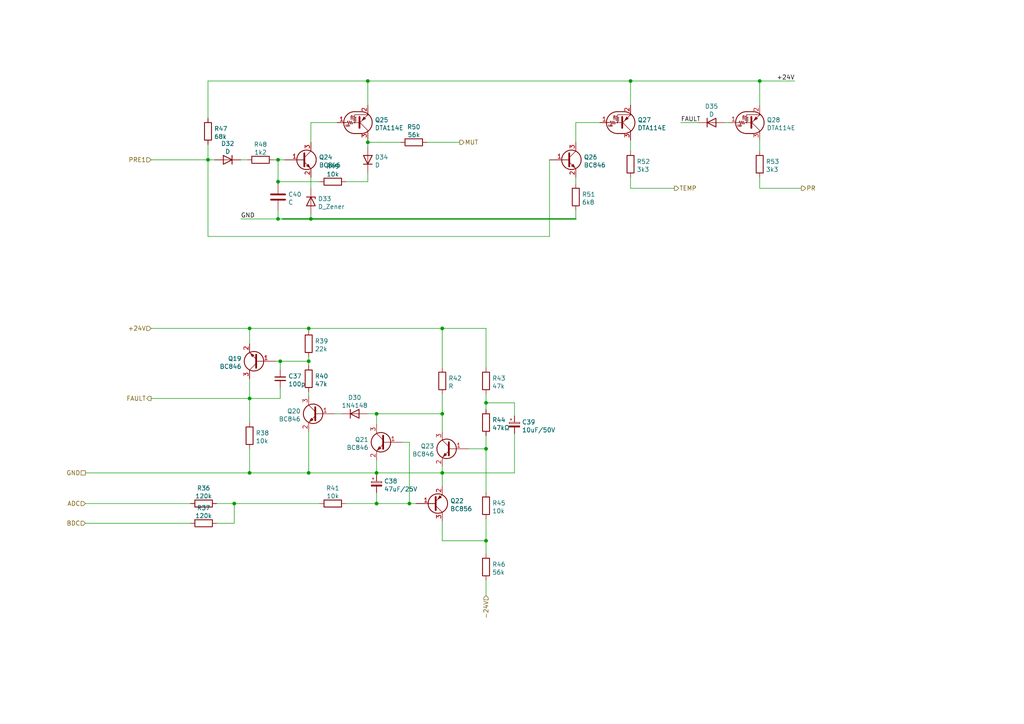
<source format=kicad_sch>
(kicad_sch (version 20210126) (generator eeschema)
  (paper "A4")
  (lib_symbols
    (symbol "Device:C" (pin_numbers hide) (pin_names (offset 0.254))
      (property "Reference" "C" (at 0.635 2.54 0))
      (property "Value" "C" (at 0.635 -2.54 0))
      (symbol "C_0_1"
        (polyline (pts (xy -2.032 -0.762) (xy 2.032 -0.762)) (stroke (width 0.508)))
        (polyline (pts (xy -2.032 0.762) (xy 2.032 0.762)) (stroke (width 0.508)))
      )
      (symbol "C_1_1"
        (pin passive line (at 0 3.81 270) (length 2.794) (name "~") (number "1"))
        (pin passive line (at 0 -3.81 90) (length 2.794) (name "~") (number "2"))
      )
    )
    (symbol "Device:C_Polarized_Small" (pin_numbers hide) (pin_names (offset 0.254) hide)
      (property "Reference" "C" (at 0.254 1.778 0))
      (property "Value" "C_Polarized_Small" (at 0.254 -2.032 0))
      (symbol "C_Polarized_Small_0_1"
        (rectangle (start -1.524 0.6858) (end 1.524 0.3048))
        (rectangle (start -1.524 -0.3048) (end 1.524 -0.6858) (fill (type outline)))
        (polyline (pts (xy -1.27 1.524) (xy -0.762 1.524)))
        (polyline (pts (xy -1.016 1.27) (xy -1.016 1.778)))
      )
      (symbol "C_Polarized_Small_1_1"
        (pin passive line (at 0 2.54 270) (length 1.8542) (name "~") (number "1"))
        (pin passive line (at 0 -2.54 90) (length 1.8542) (name "~") (number "2"))
      )
    )
    (symbol "Device:C_Small" (pin_numbers hide) (pin_names (offset 0.254) hide)
      (property "Reference" "C" (at 0.254 1.778 0))
      (property "Value" "C_Small" (at 0.254 -2.032 0))
      (symbol "C_Small_0_1"
        (polyline (pts (xy -1.524 -0.508) (xy 1.524 -0.508)) (stroke (width 0.3302)))
        (polyline (pts (xy -1.524 0.508) (xy 1.524 0.508)) (stroke (width 0.3048)))
      )
      (symbol "C_Small_1_1"
        (pin passive line (at 0 2.54 270) (length 2.032) (name "~") (number "1"))
        (pin passive line (at 0 -2.54 90) (length 2.032) (name "~") (number "2"))
      )
    )
    (symbol "Device:D" (pin_numbers hide) (pin_names (offset 1.016) hide)
      (property "Reference" "D" (at 0 2.54 0))
      (property "Value" "D" (at 0 -2.54 0))
      (symbol "D_0_1"
        (polyline (pts (xy -1.27 1.27) (xy -1.27 -1.27)) (stroke (width 0.254)))
        (polyline (pts (xy 1.27 0) (xy -1.27 0)))
        (polyline (pts (xy 1.27 1.27) (xy 1.27 -1.27) (xy -1.27 0) (xy 1.27 1.27)) (stroke (width 0.254)))
      )
      (symbol "D_1_1"
        (pin passive line (at -3.81 0 0) (length 2.54) (name "K") (number "1"))
        (pin passive line (at 3.81 0 180) (length 2.54) (name "A") (number "2"))
      )
    )
    (symbol "Device:D_Zener" (pin_numbers hide) (pin_names (offset 1.016) hide)
      (property "Reference" "D" (at 0 2.54 0))
      (property "Value" "D_Zener" (at 0 -2.54 0))
      (symbol "D_Zener_0_1"
        (polyline (pts (xy 1.27 0) (xy -1.27 0)))
        (polyline (pts (xy -1.27 -1.27) (xy -1.27 1.27) (xy -0.762 1.27)) (stroke (width 0.254)))
        (polyline (pts (xy 1.27 -1.27) (xy 1.27 1.27) (xy -1.27 0) (xy 1.27 -1.27)) (stroke (width 0.254)))
      )
      (symbol "D_Zener_1_1"
        (pin passive line (at -3.81 0 0) (length 2.54) (name "K") (number "1"))
        (pin passive line (at 3.81 0 180) (length 2.54) (name "A") (number "2"))
      )
    )
    (symbol "Device:R" (pin_numbers hide) (pin_names (offset 0))
      (property "Reference" "R" (at 2.032 0 90))
      (property "Value" "R" (at 0 0 90))
      (symbol "R_0_1"
        (rectangle (start -1.016 -2.54) (end 1.016 2.54) (stroke (width 0.254)))
      )
      (symbol "R_1_1"
        (pin passive line (at 0 3.81 270) (length 1.27) (name "~") (number "1"))
        (pin passive line (at 0 -3.81 90) (length 1.27) (name "~") (number "2"))
      )
    )
    (symbol "Transistor_BJT:BC846" (pin_names (offset 0) hide)
      (property "Reference" "Q" (at 5.08 1.905 0))
      (property "Value" "BC846" (at 5.08 0 0))
      (symbol "BC846_0_1"
        (circle (center 1.27 0) (radius 2.8194) (stroke (width 0.254)))
        (polyline (pts (xy 0.635 0.635) (xy 2.54 2.54)))
        (polyline (pts (xy 0.635 -0.635) (xy 2.54 -2.54) (xy 2.54 -2.54)))
        (polyline (pts (xy 0.635 1.905) (xy 0.635 -1.905) (xy 0.635 -1.905)) (stroke (width 0.508)))
        (polyline (pts (xy 1.27 -1.778) (xy 1.778 -1.27) (xy 2.286 -2.286) (xy 1.27 -1.778) (xy 1.27 -1.778)) (fill (type outline)))
      )
      (symbol "BC846_1_1"
        (pin input line (at -5.08 0 0) (length 5.715) (name "B") (number "1"))
        (pin passive line (at 2.54 -5.08 90) (length 2.54) (name "E") (number "2"))
        (pin passive line (at 2.54 5.08 270) (length 2.54) (name "C") (number "3"))
      )
    )
    (symbol "Transistor_BJT:BC856" (pin_names (offset 0) hide)
      (property "Reference" "Q" (at 5.08 1.905 0))
      (property "Value" "BC856" (at 5.08 0 0))
      (symbol "BC856_0_1"
        (circle (center 1.27 0) (radius 2.8194) (stroke (width 0.254)))
        (polyline (pts (xy 0.635 0.635) (xy 2.54 2.54)))
        (polyline (pts (xy 0.635 -0.635) (xy 2.54 -2.54) (xy 2.54 -2.54)))
        (polyline (pts (xy 0.635 1.905) (xy 0.635 -1.905) (xy 0.635 -1.905)) (stroke (width 0.508)))
        (polyline (pts (xy 2.286 -1.778) (xy 1.778 -2.286) (xy 1.27 -1.27) (xy 2.286 -1.778) (xy 2.286 -1.778)) (fill (type outline)))
      )
      (symbol "BC856_1_1"
        (pin input line (at -5.08 0 0) (length 5.715) (name "B") (number "1"))
        (pin passive line (at 2.54 -5.08 90) (length 2.54) (name "E") (number "2"))
        (pin passive line (at 2.54 5.08 270) (length 2.54) (name "C") (number "3"))
      )
    )
    (symbol "Transistor_BJT:DTA114E" (pin_names (offset 0) hide)
      (property "Reference" "Q" (at 5.08 1.905 0))
      (property "Value" "DTA114E" (at 5.08 0 0))
      (symbol "DTA114E_0_0"
        (text "10k" (at -3.302 0.889 0) (effects (font (size 0.508 0.508))))
        (text "10k" (at -2.159 -1.524 900) (effects (font (size 0.508 0.508))))
      )
      (symbol "DTA114E_0_1"
        (arc (start -1.27 3.175) (end -1.27 -3.175) (radius (at -1.27 0) (length 3.175) (angles 90.1 -90.1)) (stroke (width 0.254)))
        (arc (start 0.635 -3.175) (end 0.635 3.175) (radius (at 0.635 0) (length 3.175) (angles -89.9 89.9)) (stroke (width 0.254)))
        (circle (center -1.27 0) (radius 0.127))
        (circle (center 2.54 -2.286) (radius 0.127))
        (polyline (pts (xy -3.429 0) (xy -3.81 0)))
        (polyline (pts (xy -1.27 -3.175) (xy 0.635 -3.175)) (stroke (width 0.254)))
        (polyline (pts (xy -1.27 3.175) (xy 0.635 3.175)) (stroke (width 0.254)))
        (polyline (pts (xy 0 -0.254) (xy 2.54 2.286)))
        (polyline (pts (xy 2.54 2.286) (xy 2.54 2.54)))
        (polyline (pts (xy 2.54 -2.286) (xy 0 0.254) (xy 0 0.254)))
        (polyline (pts (xy 0 0) (xy -1.905 0) (xy -2.032 0.508) (xy -2.286 -0.508) (xy -2.54 0.508) (xy -2.794 -0.508) (xy -3.048 0.508) (xy -3.302 -0.508) (xy -3.429 0)))
        (polyline (pts (xy -1.27 0) (xy -1.27 -0.381) (xy -0.762 -0.508) (xy -1.778 -0.762) (xy -0.762 -1.016) (xy -1.778 -1.27) (xy -0.762 -1.524) (xy -1.778 -1.778) (xy -1.27 -1.905) (xy -1.27 -2.286) (xy 2.54 -2.286)))
        (polyline (pts (xy 0.127 1.524) (xy 0.127 -1.651)) (stroke (width 0.508)) (fill (type outline)))
        (polyline (pts (xy 1.397 -1.651) (xy 1.905 -1.143) (xy 0.889 -0.635) (xy 1.397 -1.651)) (fill (type outline)))
      )
      (symbol "DTA114E_1_1"
        (pin input line (at -6.35 0 0) (length 2.54) (name "B") (number "1"))
        (pin passive line (at 2.54 -5.08 90) (length 2.54) (name "E") (number "2"))
        (pin passive line (at 2.54 5.08 270) (length 2.54) (name "C") (number "3"))
      )
    )
  )
  (junction (at 60.325 46.355) (diameter 0.9144))
  (junction (at 67.945 146.05) (diameter 0.9144))
  (junction (at 72.39 95.25) (diameter 0.9144))
  (junction (at 72.39 115.57) (diameter 0.9144))
  (junction (at 72.39 137.16) (diameter 0.9144))
  (junction (at 80.645 46.355) (diameter 0.9144))
  (junction (at 80.645 52.705) (diameter 0.9144))
  (junction (at 80.645 63.5) (diameter 0.9144))
  (junction (at 81.28 104.775) (diameter 0.9144))
  (junction (at 89.535 95.25) (diameter 0.9144))
  (junction (at 89.535 104.775) (diameter 0.9144))
  (junction (at 89.535 137.16) (diameter 0.9144))
  (junction (at 90.17 63.5) (diameter 0.9144))
  (junction (at 106.68 23.495) (diameter 0.9144))
  (junction (at 106.68 41.275) (diameter 0.9144))
  (junction (at 109.22 120.015) (diameter 0.9144))
  (junction (at 109.22 137.16) (diameter 0.9144))
  (junction (at 109.22 146.05) (diameter 0.9144))
  (junction (at 118.745 146.05) (diameter 0.9144))
  (junction (at 128.27 95.25) (diameter 0.9144))
  (junction (at 128.27 120.015) (diameter 0.9144))
  (junction (at 128.27 137.16) (diameter 0.9144))
  (junction (at 140.97 116.84) (diameter 0.9144))
  (junction (at 140.97 130.175) (diameter 0.9144))
  (junction (at 140.97 156.845) (diameter 0.9144))
  (junction (at 182.88 23.495) (diameter 0.9144))
  (junction (at 220.345 23.495) (diameter 0.9144))
  (wire (pts (xy 24.765 137.16) (xy 72.39 137.16)))
  (wire (pts (xy 24.765 146.05) (xy 55.245 146.05)))
  (wire (pts (xy 24.765 151.765) (xy 55.245 151.765)))
  (wire (pts (xy 43.815 46.355) (xy 60.325 46.355)))
  (wire (pts (xy 43.815 95.25) (xy 72.39 95.25)))
  (wire (pts (xy 43.815 115.57) (xy 72.39 115.57)))
  (wire (pts (xy 60.325 23.495) (xy 60.325 34.29)))
  (wire (pts (xy 60.325 41.91) (xy 60.325 46.355)))
  (wire (pts (xy 60.325 46.355) (xy 60.325 68.58)))
  (wire (pts (xy 60.325 46.355) (xy 62.23 46.355)))
  (wire (pts (xy 60.325 68.58) (xy 159.385 68.58)))
  (wire (pts (xy 62.865 146.05) (xy 67.945 146.05)))
  (wire (pts (xy 62.865 151.765) (xy 67.945 151.765)))
  (wire (pts (xy 67.945 146.05) (xy 92.71 146.05)))
  (wire (pts (xy 67.945 151.765) (xy 67.945 146.05)))
  (wire (pts (xy 69.85 46.355) (xy 71.755 46.355)))
  (wire (pts (xy 69.85 63.5) (xy 80.645 63.5)))
  (wire (pts (xy 72.39 95.25) (xy 72.39 99.695)))
  (wire (pts (xy 72.39 95.25) (xy 89.535 95.25)))
  (wire (pts (xy 72.39 109.855) (xy 72.39 115.57)))
  (wire (pts (xy 72.39 115.57) (xy 72.39 122.555)))
  (wire (pts (xy 72.39 115.57) (xy 81.28 115.57)))
  (wire (pts (xy 72.39 130.175) (xy 72.39 137.16)))
  (wire (pts (xy 72.39 137.16) (xy 89.535 137.16)))
  (wire (pts (xy 79.375 46.355) (xy 80.645 46.355)))
  (wire (pts (xy 80.01 104.775) (xy 81.28 104.775)))
  (wire (pts (xy 80.645 46.355) (xy 80.645 52.705)))
  (wire (pts (xy 80.645 46.355) (xy 82.55 46.355)))
  (wire (pts (xy 80.645 52.705) (xy 80.645 53.34)))
  (wire (pts (xy 80.645 52.705) (xy 92.71 52.705)))
  (wire (pts (xy 80.645 60.96) (xy 80.645 63.5)))
  (wire (pts (xy 81.28 104.775) (xy 81.28 107.315)))
  (wire (pts (xy 81.28 104.775) (xy 89.535 104.775)))
  (wire (pts (xy 81.28 112.395) (xy 81.28 115.57)))
  (wire (pts (xy 81.915 63.5) (xy 80.645 63.5)))
  (wire (pts (xy 81.915 63.5) (xy 90.17 63.5)) (stroke (width 0.381)))
  (wire (pts (xy 89.535 95.25) (xy 89.535 95.885)))
  (wire (pts (xy 89.535 95.25) (xy 128.27 95.25)))
  (wire (pts (xy 89.535 104.775) (xy 89.535 103.505)))
  (wire (pts (xy 89.535 104.775) (xy 89.535 106.045)))
  (wire (pts (xy 89.535 113.665) (xy 89.535 114.935)))
  (wire (pts (xy 89.535 125.095) (xy 89.535 137.16)))
  (wire (pts (xy 89.535 137.16) (xy 109.22 137.16)))
  (wire (pts (xy 90.17 35.56) (xy 97.79 35.56)))
  (wire (pts (xy 90.17 41.275) (xy 90.17 35.56)))
  (wire (pts (xy 90.17 51.435) (xy 90.17 54.61)))
  (wire (pts (xy 90.17 62.23) (xy 90.17 63.5)))
  (wire (pts (xy 90.17 63.5) (xy 167.005 63.5)) (stroke (width 0.381)))
  (wire (pts (xy 97.155 120.015) (xy 99.06 120.015)))
  (wire (pts (xy 100.33 52.705) (xy 106.68 52.705)))
  (wire (pts (xy 100.33 146.05) (xy 109.22 146.05)))
  (wire (pts (xy 106.68 23.495) (xy 60.325 23.495)))
  (wire (pts (xy 106.68 23.495) (xy 182.88 23.495)))
  (wire (pts (xy 106.68 30.48) (xy 106.68 23.495)))
  (wire (pts (xy 106.68 40.64) (xy 106.68 41.275)))
  (wire (pts (xy 106.68 41.275) (xy 106.68 42.545)))
  (wire (pts (xy 106.68 41.275) (xy 116.205 41.275)))
  (wire (pts (xy 106.68 52.705) (xy 106.68 50.165)))
  (wire (pts (xy 106.68 120.015) (xy 109.22 120.015)))
  (wire (pts (xy 109.22 120.015) (xy 128.27 120.015)))
  (wire (pts (xy 109.22 123.19) (xy 109.22 120.015)))
  (wire (pts (xy 109.22 133.35) (xy 109.22 137.16)))
  (wire (pts (xy 109.22 137.16) (xy 109.22 137.795)))
  (wire (pts (xy 109.22 137.16) (xy 128.27 137.16)))
  (wire (pts (xy 109.22 142.875) (xy 109.22 146.05)))
  (wire (pts (xy 109.22 146.05) (xy 118.745 146.05)))
  (wire (pts (xy 116.84 128.27) (xy 118.745 128.27)))
  (wire (pts (xy 118.745 128.27) (xy 118.745 146.05)))
  (wire (pts (xy 118.745 146.05) (xy 120.65 146.05)))
  (wire (pts (xy 123.825 41.275) (xy 133.35 41.275)))
  (wire (pts (xy 128.27 95.25) (xy 128.27 106.68)))
  (wire (pts (xy 128.27 95.25) (xy 140.97 95.25)))
  (wire (pts (xy 128.27 114.3) (xy 128.27 120.015)))
  (wire (pts (xy 128.27 120.015) (xy 128.27 125.095)))
  (wire (pts (xy 128.27 135.255) (xy 128.27 137.16)))
  (wire (pts (xy 128.27 137.16) (xy 128.27 140.97)))
  (wire (pts (xy 128.27 137.16) (xy 149.225 137.16)))
  (wire (pts (xy 128.27 151.13) (xy 128.27 156.845)))
  (wire (pts (xy 128.27 156.845) (xy 140.97 156.845)))
  (wire (pts (xy 135.89 130.175) (xy 140.97 130.175)))
  (wire (pts (xy 140.97 95.25) (xy 140.97 106.68)))
  (wire (pts (xy 140.97 114.3) (xy 140.97 116.84)))
  (wire (pts (xy 140.97 116.84) (xy 140.97 118.745)))
  (wire (pts (xy 140.97 126.365) (xy 140.97 130.175)))
  (wire (pts (xy 140.97 130.175) (xy 140.97 142.875)))
  (wire (pts (xy 140.97 150.495) (xy 140.97 156.845)))
  (wire (pts (xy 140.97 156.845) (xy 140.97 160.655)))
  (wire (pts (xy 140.97 168.275) (xy 140.97 172.72)))
  (wire (pts (xy 149.225 116.84) (xy 140.97 116.84)))
  (wire (pts (xy 149.225 120.65) (xy 149.225 116.84)))
  (wire (pts (xy 149.225 125.73) (xy 149.225 137.16)))
  (wire (pts (xy 159.385 68.58) (xy 159.385 46.355)))
  (wire (pts (xy 167.005 35.56) (xy 173.99 35.56)))
  (wire (pts (xy 167.005 41.275) (xy 167.005 35.56)))
  (wire (pts (xy 167.005 51.435) (xy 167.005 53.34)))
  (wire (pts (xy 167.005 60.96) (xy 167.005 63.5)))
  (wire (pts (xy 182.88 23.495) (xy 182.88 30.48)))
  (wire (pts (xy 182.88 23.495) (xy 220.345 23.495)))
  (wire (pts (xy 182.88 40.64) (xy 182.88 43.815)))
  (wire (pts (xy 182.88 51.435) (xy 182.88 54.61)))
  (wire (pts (xy 182.88 54.61) (xy 195.58 54.61)))
  (wire (pts (xy 197.485 35.56) (xy 202.565 35.56)))
  (wire (pts (xy 210.185 35.56) (xy 211.455 35.56)))
  (wire (pts (xy 220.345 23.495) (xy 220.345 30.48)))
  (wire (pts (xy 220.345 23.495) (xy 230.505 23.495)))
  (wire (pts (xy 220.345 40.64) (xy 220.345 43.815)))
  (wire (pts (xy 220.345 51.435) (xy 220.345 54.61)))
  (wire (pts (xy 220.345 54.61) (xy 232.41 54.61)))
  (label "GND" (at 69.85 63.5 0))
  (label "FAULT" (at 197.485 35.56 0))
  (label "+24V" (at 230.505 23.495 180))
  (hierarchical_label "GND" (shape passive) (at 24.765 137.16 180))
  (hierarchical_label "ADC" (shape input) (at 24.765 146.05 180))
  (hierarchical_label "BDC" (shape input) (at 24.765 151.765 180))
  (hierarchical_label "PRE1" (shape input) (at 43.815 46.355 180))
  (hierarchical_label "+24V" (shape input) (at 43.815 95.25 180))
  (hierarchical_label "FAULT" (shape output) (at 43.815 115.57 180))
  (hierarchical_label "MUT" (shape output) (at 133.35 41.275 0))
  (hierarchical_label "-24V" (shape input) (at 140.97 172.72 270))
  (hierarchical_label "TEMP" (shape output) (at 195.58 54.61 0))
  (hierarchical_label "PR" (shape output) (at 232.41 54.61 0))
  (symbol (lib_id "Device:C_Polarized_Small") (at 109.22 140.335 0) (unit 1)
    (property "Reference" "C38" (at 111.3791 139.5741 0) (effects (justify left)))
    (property "Value" "47uF/25V" (at 111.3791 141.8728 0) (effects (justify left)))
  )
  (symbol (lib_id "Device:C_Polarized_Small") (at 149.225 123.19 0) (unit 1)
    (property "Reference" "C39" (at 151.3841 122.4291 0) (effects (justify left)))
    (property "Value" "10uF/50V" (at 151.3841 124.7278 0) (effects (justify left)))
  )
  (symbol (lib_id "Device:R") (at 59.055 146.05 270) (unit 1)
    (property "Reference" "R36" (at 59.055 141.6008 90))
    (property "Value" "120k" (at 59.055 143.8995 90))
  )
  (symbol (lib_id "Device:R") (at 59.055 151.765 270) (unit 1)
    (property "Reference" "R37" (at 59.055 147.3158 90))
    (property "Value" "120k" (at 59.055 149.6145 90))
  )
  (symbol (lib_id "Device:R") (at 60.325 38.1 0) (unit 1)
    (property "Reference" "R47" (at 62.1031 37.3391 0) (effects (justify left)))
    (property "Value" "68k" (at 62.1031 39.6378 0) (effects (justify left)))
  )
  (symbol (lib_id "Device:R") (at 72.39 126.365 0) (unit 1)
    (property "Reference" "R38" (at 74.1681 125.6041 0) (effects (justify left)))
    (property "Value" "10k" (at 74.1681 127.9028 0) (effects (justify left)))
  )
  (symbol (lib_id "Device:R") (at 75.565 46.355 90) (unit 1)
    (property "Reference" "R48" (at 75.565 41.9058 90))
    (property "Value" "1k2" (at 75.565 44.2045 90))
  )
  (symbol (lib_id "Device:R") (at 89.535 99.695 0) (unit 1)
    (property "Reference" "R39" (at 91.3131 98.9341 0) (effects (justify left)))
    (property "Value" "22k" (at 91.3131 101.2328 0) (effects (justify left)))
  )
  (symbol (lib_id "Device:R") (at 89.535 109.855 180) (unit 1)
    (property "Reference" "R40" (at 91.3131 109.0941 0) (effects (justify right)))
    (property "Value" "47k" (at 91.3131 111.3928 0) (effects (justify right)))
  )
  (symbol (lib_id "Device:R") (at 96.52 52.705 90) (unit 1)
    (property "Reference" "R49" (at 96.52 48.2558 90))
    (property "Value" "10k" (at 96.52 50.5545 90))
  )
  (symbol (lib_id "Device:R") (at 96.52 146.05 270) (unit 1)
    (property "Reference" "R41" (at 96.52 141.6008 90))
    (property "Value" "10k" (at 96.52 143.8995 90))
  )
  (symbol (lib_id "Device:R") (at 120.015 41.275 90) (unit 1)
    (property "Reference" "R50" (at 120.015 36.8258 90))
    (property "Value" "56k" (at 120.015 39.1245 90))
  )
  (symbol (lib_id "Device:R") (at 128.27 110.49 180) (unit 1)
    (property "Reference" "R42" (at 130.0481 109.7291 0) (effects (justify right)))
    (property "Value" "R" (at 130.0481 112.0278 0) (effects (justify right)))
  )
  (symbol (lib_id "Device:R") (at 140.97 110.49 0) (unit 1)
    (property "Reference" "R43" (at 142.7481 109.7291 0) (effects (justify left)))
    (property "Value" "47k" (at 142.7481 112.0278 0) (effects (justify left)))
  )
  (symbol (lib_id "Device:R") (at 140.97 122.555 0) (unit 1)
    (property "Reference" "R44" (at 142.7481 121.7941 0) (effects (justify left)))
    (property "Value" "47kΩ" (at 142.7481 124.0928 0) (effects (justify left)))
  )
  (symbol (lib_id "Device:R") (at 140.97 146.685 0) (unit 1)
    (property "Reference" "R45" (at 142.7481 145.9241 0) (effects (justify left)))
    (property "Value" "10k" (at 142.7481 148.2228 0) (effects (justify left)))
  )
  (symbol (lib_id "Device:R") (at 140.97 164.465 180) (unit 1)
    (property "Reference" "R46" (at 142.7481 163.7041 0) (effects (justify right)))
    (property "Value" "56k" (at 142.7481 166.0028 0) (effects (justify right)))
  )
  (symbol (lib_id "Device:R") (at 167.005 57.15 0) (unit 1)
    (property "Reference" "R51" (at 168.7831 56.3891 0) (effects (justify left)))
    (property "Value" "6k8" (at 168.7831 58.6878 0) (effects (justify left)))
  )
  (symbol (lib_id "Device:R") (at 182.88 47.625 0) (unit 1)
    (property "Reference" "R52" (at 184.6581 46.8641 0) (effects (justify left)))
    (property "Value" "3k3" (at 184.6581 49.1628 0) (effects (justify left)))
  )
  (symbol (lib_id "Device:R") (at 220.345 47.625 0) (unit 1)
    (property "Reference" "R53" (at 222.1231 46.8641 0) (effects (justify left)))
    (property "Value" "3k3" (at 222.1231 49.1628 0) (effects (justify left)))
  )
  (symbol (lib_id "Device:C_Small") (at 81.28 109.855 0) (unit 1)
    (property "Reference" "C37" (at 83.6042 109.0941 0) (effects (justify left)))
    (property "Value" "100p" (at 83.6042 111.3928 0) (effects (justify left)))
  )
  (symbol (lib_id "Device:D") (at 66.04 46.355 0) (mirror y) (unit 1)
    (property "Reference" "D32" (at 66.04 41.6518 0))
    (property "Value" "D" (at 66.04 43.9505 0))
  )
  (symbol (lib_id "Device:D_Zener") (at 90.17 58.42 270) (unit 1)
    (property "Reference" "D33" (at 92.2021 57.6591 90) (effects (justify left)))
    (property "Value" "D_Zener" (at 92.2021 59.9578 90) (effects (justify left)))
  )
  (symbol (lib_id "Device:D") (at 102.87 120.015 0) (unit 1)
    (property "Reference" "D30" (at 102.87 115.3118 0))
    (property "Value" "1N4148" (at 102.87 117.6105 0))
  )
  (symbol (lib_id "Device:D") (at 106.68 46.355 270) (mirror x) (unit 1)
    (property "Reference" "D34" (at 108.7121 45.5941 90) (effects (justify left)))
    (property "Value" "D" (at 108.7121 47.8928 90) (effects (justify left)))
  )
  (symbol (lib_id "Device:D") (at 206.375 35.56 0) (mirror x) (unit 1)
    (property "Reference" "D35" (at 206.375 30.8568 0))
    (property "Value" "D" (at 206.375 33.1555 0))
  )
  (symbol (lib_id "Device:C") (at 80.645 57.15 0) (unit 1)
    (property "Reference" "C40" (at 83.5661 56.3891 0) (effects (justify left)))
    (property "Value" "C" (at 83.5661 58.6878 0) (effects (justify left)))
  )
  (symbol (lib_id "Transistor_BJT:BC846") (at 74.93 104.775 180) (unit 1)
    (property "Reference" "Q19" (at 70.0785 104.0141 0) (effects (justify left)))
    (property "Value" "BC846" (at 70.0785 106.3128 0) (effects (justify left)))
    (property "Footprint" "Package_TO_SOT_SMD:SOT-23" (effects hide))
    (property "Datasheet" "https://assets.nexperia.com/documents/data-sheet/BC846_SER.pdf" (effects hide))
  )
  (symbol (lib_id "Transistor_BJT:BC846") (at 87.63 46.355 0) (unit 1)
    (property "Reference" "Q24" (at 92.4815 45.5941 0) (effects (justify left)))
    (property "Value" "BC846" (at 92.4815 47.8928 0) (effects (justify left)))
    (property "Footprint" "Package_TO_SOT_SMD:SOT-23" (effects hide))
    (property "Datasheet" "https://assets.nexperia.com/documents/data-sheet/BC846_SER.pdf" (effects hide))
  )
  (symbol (lib_id "Transistor_BJT:BC846") (at 92.075 120.015 0) (mirror y) (unit 1)
    (property "Reference" "Q20" (at 87.2235 119.2541 0) (effects (justify left)))
    (property "Value" "BC846" (at 87.2235 121.5528 0) (effects (justify left)))
    (property "Footprint" "Package_TO_SOT_SMD:SOT-23" (effects hide))
    (property "Datasheet" "https://assets.nexperia.com/documents/data-sheet/BC846_SER.pdf" (effects hide))
  )
  (symbol (lib_id "Transistor_BJT:BC846") (at 111.76 128.27 0) (mirror y) (unit 1)
    (property "Reference" "Q21" (at 106.9085 127.5091 0) (effects (justify left)))
    (property "Value" "BC846" (at 106.9085 129.8078 0) (effects (justify left)))
    (property "Footprint" "Package_TO_SOT_SMD:SOT-23" (effects hide))
    (property "Datasheet" "https://assets.nexperia.com/documents/data-sheet/BC846_SER.pdf" (effects hide))
  )
  (symbol (lib_id "Transistor_BJT:BC856") (at 125.73 146.05 0) (mirror x) (unit 1)
    (property "Reference" "Q22" (at 130.5815 145.2891 0) (effects (justify left)))
    (property "Value" "BC856" (at 130.5815 147.5878 0) (effects (justify left)))
    (property "Footprint" "Package_TO_SOT_SMD:SOT-23" (effects hide))
    (property "Datasheet" "https://www.onsemi.com/pub/Collateral/BC860-D.pdf" (effects hide))
  )
  (symbol (lib_id "Transistor_BJT:BC846") (at 130.81 130.175 0) (mirror y) (unit 1)
    (property "Reference" "Q23" (at 125.9585 129.4141 0) (effects (justify left)))
    (property "Value" "BC846" (at 125.9585 131.7128 0) (effects (justify left)))
    (property "Footprint" "Package_TO_SOT_SMD:SOT-23" (effects hide))
    (property "Datasheet" "https://assets.nexperia.com/documents/data-sheet/BC846_SER.pdf" (effects hide))
  )
  (symbol (lib_id "Transistor_BJT:BC846") (at 164.465 46.355 0) (unit 1)
    (property "Reference" "Q26" (at 169.3165 45.5941 0) (effects (justify left)))
    (property "Value" "BC846" (at 169.3165 47.8928 0) (effects (justify left)))
    (property "Footprint" "Package_TO_SOT_SMD:SOT-23" (effects hide))
    (property "Datasheet" "https://assets.nexperia.com/documents/data-sheet/BC846_SER.pdf" (effects hide))
  )
  (symbol (lib_id "Transistor_BJT:DTA114E") (at 104.14 35.56 0) (mirror x) (unit 1)
    (property "Reference" "Q25" (at 108.7121 34.7991 0) (effects (justify left)))
    (property "Value" "DTA114E" (at 108.7121 37.0978 0) (effects (justify left)))
  )
  (symbol (lib_id "Transistor_BJT:DTA114E") (at 180.34 35.56 0) (mirror x) (unit 1)
    (property "Reference" "Q27" (at 184.9121 34.7991 0) (effects (justify left)))
    (property "Value" "DTA114E" (at 184.9121 37.0978 0) (effects (justify left)))
  )
  (symbol (lib_id "Transistor_BJT:DTA114E") (at 217.805 35.56 0) (mirror x) (unit 1)
    (property "Reference" "Q28" (at 222.3771 34.7991 0) (effects (justify left)))
    (property "Value" "DTA114E" (at 222.3771 37.0978 0) (effects (justify left)))
  )
)
</source>
